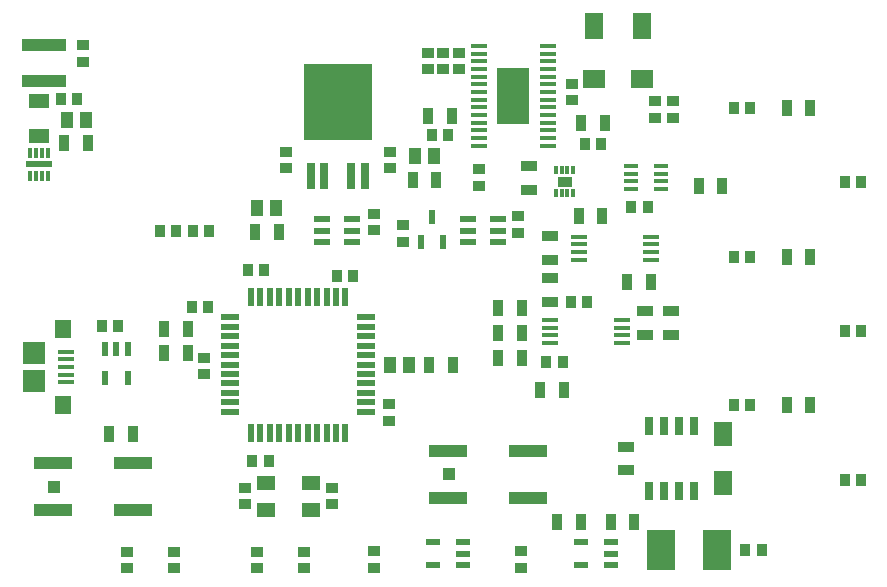
<source format=gtp>
G04*
G04 #@! TF.GenerationSoftware,Altium Limited,Altium Designer,23.11.1 (41)*
G04*
G04 Layer_Color=8421504*
%FSAX44Y44*%
%MOMM*%
G71*
G04*
G04 #@! TF.SameCoordinates,364ED4AD-CB4B-4712-B5C5-B547B387D418*
G04*
G04*
G04 #@! TF.FilePolarity,Positive*
G04*
G01*
G75*
%ADD19R,1.1500X0.6000*%
%ADD20R,2.4000X3.4000*%
%ADD21R,0.8100X0.9900*%
%ADD22R,0.9900X0.8100*%
%ADD23R,1.8923X1.4986*%
%ADD24R,1.5200X2.1800*%
%ADD25R,0.9500X1.4500*%
%ADD26R,1.2000X0.4500*%
%ADD27R,1.4000X1.6000*%
%ADD28R,1.9000X1.9000*%
%ADD29R,3.2000X1.0000*%
%ADD30R,1.4500X0.4500*%
%ADD31R,0.3000X0.7500*%
%ADD32R,1.4500X0.9500*%
%ADD33R,1.5000X0.6000*%
%ADD34R,1.0200X1.4700*%
%ADD35R,1.3500X0.4500*%
%ADD36R,0.6500X1.5250*%
%ADD37R,1.0000X1.0000*%
%ADD38R,1.3000X0.9000*%
%ADD39R,0.6000X1.1500*%
%ADD40R,1.8000X1.1700*%
%ADD41R,2.7400X4.7500*%
%ADD42R,0.6000X1.5000*%
%ADD43R,2.2000X0.6100*%
%ADD44R,0.3000X0.8500*%
%ADD45R,1.6000X1.3000*%
%ADD46R,1.4000X0.6000*%
%ADD47R,0.6000X1.2500*%
%ADD48R,1.5000X2.1000*%
%ADD49R,1.3500X0.4000*%
%ADD50R,0.8000X2.2000*%
%ADD51R,5.8000X6.4000*%
G04:AMPARAMS|DCode=52|XSize=1.1mm|YSize=3.7mm|CornerRadius=0.0825mm|HoleSize=0mm|Usage=FLASHONLY|Rotation=90.000|XOffset=0mm|YOffset=0mm|HoleType=Round|Shape=RoundedRectangle|*
%AMROUNDEDRECTD52*
21,1,1.1000,3.5350,0,0,90.0*
21,1,0.9350,3.7000,0,0,90.0*
1,1,0.1650,1.7675,0.4675*
1,1,0.1650,1.7675,-0.4675*
1,1,0.1650,-1.7675,-0.4675*
1,1,0.1650,-1.7675,0.4675*
%
%ADD52ROUNDEDRECTD52*%
D19*
X00515500Y00082500D02*
D03*
Y00092000D02*
D03*
Y00101500D02*
D03*
X00490500D02*
D03*
Y00082500D02*
D03*
X00390500D02*
D03*
Y00092000D02*
D03*
Y00101500D02*
D03*
X00365500D02*
D03*
Y00082500D02*
D03*
D20*
X00606000Y00095000D02*
D03*
X00558000D02*
D03*
D21*
X00507400Y00438500D02*
D03*
X00493600D02*
D03*
X00377900Y00446000D02*
D03*
X00364100D02*
D03*
X00546900Y00385500D02*
D03*
X00533100Y00385500D02*
D03*
X00050100Y00476500D02*
D03*
X00063900D02*
D03*
X00098400Y00285000D02*
D03*
X00084600D02*
D03*
X00297400Y00327000D02*
D03*
X00283600D02*
D03*
X00174900Y00301000D02*
D03*
X00161100D02*
D03*
X00147400Y00365000D02*
D03*
X00133600D02*
D03*
X00161600D02*
D03*
X00175400D02*
D03*
X00221900Y00332000D02*
D03*
X00208100D02*
D03*
X00225900Y00170500D02*
D03*
X00212100D02*
D03*
X00619600Y00343500D02*
D03*
X00633400D02*
D03*
Y00469500D02*
D03*
X00619600D02*
D03*
X00461100Y00254500D02*
D03*
X00474900D02*
D03*
X00727400Y00406500D02*
D03*
X00713600D02*
D03*
X00481600Y00305000D02*
D03*
X00495400D02*
D03*
X00633400Y00217500D02*
D03*
X00619600D02*
D03*
X00713600Y00154500D02*
D03*
X00727400D02*
D03*
X00643400Y00095000D02*
D03*
X00629600D02*
D03*
X00713600Y00280500D02*
D03*
X00727400D02*
D03*
D22*
X00482500Y00476100D02*
D03*
Y00489900D02*
D03*
X00404000Y00403600D02*
D03*
Y00417400D02*
D03*
X00553500Y00474900D02*
D03*
Y00461100D02*
D03*
X00568000D02*
D03*
Y00474900D02*
D03*
X00068500Y00508600D02*
D03*
Y00522400D02*
D03*
X00328000Y00204600D02*
D03*
Y00218400D02*
D03*
X00241000Y00432400D02*
D03*
Y00418600D02*
D03*
X00171500Y00244100D02*
D03*
Y00257900D02*
D03*
X00374000Y00502100D02*
D03*
Y00515900D02*
D03*
X00328500Y00418600D02*
D03*
Y00432400D02*
D03*
X00440000Y00093900D02*
D03*
Y00080100D02*
D03*
X00361000Y00502100D02*
D03*
Y00515900D02*
D03*
X00387000Y00502100D02*
D03*
Y00515900D02*
D03*
X00315000Y00080100D02*
D03*
Y00093900D02*
D03*
Y00365600D02*
D03*
Y00379400D02*
D03*
X00106000Y00079600D02*
D03*
Y00093400D02*
D03*
X00146000D02*
D03*
Y00079600D02*
D03*
X00280000Y00133600D02*
D03*
Y00147400D02*
D03*
X00206000Y00133600D02*
D03*
Y00147400D02*
D03*
X00340000Y00369900D02*
D03*
Y00356100D02*
D03*
X00437500Y00377400D02*
D03*
Y00363600D02*
D03*
X00216000Y00093400D02*
D03*
Y00079600D02*
D03*
X00256000D02*
D03*
Y00093400D02*
D03*
D23*
X00542510Y00493500D02*
D03*
X00501489D02*
D03*
D24*
X00541850Y00538500D02*
D03*
X00501150D02*
D03*
D25*
X00590000Y00403000D02*
D03*
X00610000D02*
D03*
X00053000Y00439500D02*
D03*
X00361000Y00462500D02*
D03*
X00381000D02*
D03*
X00510500Y00456500D02*
D03*
X00490500D02*
D03*
X00488500Y00378000D02*
D03*
X00073000Y00439500D02*
D03*
X00535500Y00118500D02*
D03*
X00515500D02*
D03*
X00470500D02*
D03*
X00490500D02*
D03*
X00137500Y00282500D02*
D03*
X00157500D02*
D03*
X00137500Y00261500D02*
D03*
X00157500D02*
D03*
X00111000Y00193500D02*
D03*
X00091000D02*
D03*
X00362000Y00252000D02*
D03*
X00382000D02*
D03*
X00529500Y00322000D02*
D03*
X00549500D02*
D03*
X00508500Y00378000D02*
D03*
X00684500Y00343500D02*
D03*
X00664500D02*
D03*
X00684500Y00469500D02*
D03*
X00664500D02*
D03*
X00684500Y00217500D02*
D03*
X00664500D02*
D03*
X00456000Y00230500D02*
D03*
X00476000D02*
D03*
X00420500Y00299500D02*
D03*
X00440500D02*
D03*
X00420500Y00257500D02*
D03*
X00440500D02*
D03*
X00420500Y00278500D02*
D03*
X00440500D02*
D03*
X00234500Y00364500D02*
D03*
X00214500Y00364500D02*
D03*
X00368000Y00408500D02*
D03*
X00348000D02*
D03*
D26*
X00533000Y00420250D02*
D03*
Y00413750D02*
D03*
Y00407250D02*
D03*
Y00400750D02*
D03*
X00558000Y00400750D02*
D03*
Y00407250D02*
D03*
Y00413750D02*
D03*
Y00420250D02*
D03*
D27*
X00052000Y00282000D02*
D03*
Y00218000D02*
D03*
D28*
X00027500Y00262000D02*
D03*
Y00238000D02*
D03*
D29*
X00377500Y00139000D02*
D03*
X00445500D02*
D03*
X00377500Y00179000D02*
D03*
X00445500D02*
D03*
X00043000Y00128500D02*
D03*
X00111000D02*
D03*
X00043000Y00168500D02*
D03*
X00111000D02*
D03*
D30*
X00462250Y00463250D02*
D03*
Y00456750D02*
D03*
Y00450250D02*
D03*
X00403750Y00476250D02*
D03*
Y00450250D02*
D03*
X00462250Y00437250D02*
D03*
X00403750Y00463250D02*
D03*
X00462250Y00482750D02*
D03*
Y00489250D02*
D03*
Y00495750D02*
D03*
Y00502250D02*
D03*
Y00508750D02*
D03*
Y00515250D02*
D03*
Y00521750D02*
D03*
Y00476250D02*
D03*
X00403750Y00443750D02*
D03*
Y00437250D02*
D03*
X00462250Y00469750D02*
D03*
X00403750Y00521750D02*
D03*
Y00515250D02*
D03*
Y00508750D02*
D03*
Y00502250D02*
D03*
Y00495750D02*
D03*
Y00489250D02*
D03*
Y00482750D02*
D03*
Y00469750D02*
D03*
Y00456750D02*
D03*
X00462250Y00443750D02*
D03*
D31*
X00484000Y00417000D02*
D03*
Y00397000D02*
D03*
X00479000D02*
D03*
X00474000D02*
D03*
X00469000D02*
D03*
Y00417000D02*
D03*
X00474000D02*
D03*
X00479000D02*
D03*
D32*
X00446500Y00400000D02*
D03*
Y00420000D02*
D03*
X00528500Y00182500D02*
D03*
Y00162500D02*
D03*
X00464000Y00340500D02*
D03*
Y00360500D02*
D03*
X00545000Y00277000D02*
D03*
Y00297000D02*
D03*
X00566500Y00297000D02*
D03*
Y00277000D02*
D03*
X00464000Y00305000D02*
D03*
Y00325000D02*
D03*
D33*
X00308500Y00252000D02*
D03*
X00193500Y00292000D02*
D03*
Y00284000D02*
D03*
Y00276000D02*
D03*
Y00268000D02*
D03*
Y00260000D02*
D03*
Y00252000D02*
D03*
Y00244000D02*
D03*
Y00236000D02*
D03*
Y00228000D02*
D03*
Y00220000D02*
D03*
Y00212000D02*
D03*
X00308500D02*
D03*
Y00220000D02*
D03*
Y00228000D02*
D03*
Y00236000D02*
D03*
Y00244000D02*
D03*
Y00260000D02*
D03*
Y00268000D02*
D03*
Y00276000D02*
D03*
Y00284000D02*
D03*
Y00292000D02*
D03*
D34*
X00328400Y00252000D02*
D03*
X00344600D02*
D03*
X00216400Y00385000D02*
D03*
X00232600Y00385000D02*
D03*
X00054900Y00459000D02*
D03*
X00071100D02*
D03*
X00349900Y00429000D02*
D03*
X00366100D02*
D03*
D35*
X00488500Y00360250D02*
D03*
X00549500Y00340750D02*
D03*
X00549500Y00347250D02*
D03*
Y00353750D02*
D03*
X00549500Y00360250D02*
D03*
X00488500Y00353750D02*
D03*
Y00347250D02*
D03*
Y00340750D02*
D03*
X00525000Y00270250D02*
D03*
Y00276750D02*
D03*
Y00283250D02*
D03*
Y00289750D02*
D03*
X00464000D02*
D03*
Y00283250D02*
D03*
Y00276750D02*
D03*
Y00270250D02*
D03*
D36*
X00586050Y00199620D02*
D03*
X00547950Y00199620D02*
D03*
X00560650Y00199620D02*
D03*
X00573350D02*
D03*
X00586050Y00145380D02*
D03*
X00573350D02*
D03*
X00560650D02*
D03*
X00547950Y00145380D02*
D03*
D37*
X00378500Y00159000D02*
D03*
X00044000Y00148500D02*
D03*
D38*
X00476500Y00407000D02*
D03*
D39*
X00106500Y00240500D02*
D03*
X00087500D02*
D03*
Y00265500D02*
D03*
X00097000D02*
D03*
X00106500D02*
D03*
D40*
X00031500Y00445800D02*
D03*
Y00475200D02*
D03*
D41*
X00433000Y00479500D02*
D03*
D42*
X00211000Y00194500D02*
D03*
X00219000D02*
D03*
X00227000D02*
D03*
X00235000D02*
D03*
X00243000D02*
D03*
X00251000D02*
D03*
X00259000D02*
D03*
X00267000D02*
D03*
X00275000D02*
D03*
X00283000D02*
D03*
X00291000D02*
D03*
Y00309500D02*
D03*
X00283000D02*
D03*
X00275000D02*
D03*
X00267000D02*
D03*
X00259000D02*
D03*
X00251000D02*
D03*
X00243000D02*
D03*
X00235000D02*
D03*
X00227000D02*
D03*
X00219000D02*
D03*
X00211000D02*
D03*
D43*
X00031500Y00421500D02*
D03*
D44*
X00024000Y00431000D02*
D03*
X00029000D02*
D03*
X00034000D02*
D03*
X00039000D02*
D03*
Y00412000D02*
D03*
X00034000D02*
D03*
X00029000D02*
D03*
X00024000D02*
D03*
D45*
X00262000Y00152000D02*
D03*
X00224000D02*
D03*
Y00129000D02*
D03*
X00262000D02*
D03*
D46*
X00296500Y00356000D02*
D03*
X00296500Y00365500D02*
D03*
X00296500Y00375000D02*
D03*
X00271500D02*
D03*
X00271500Y00365500D02*
D03*
X00271500Y00356000D02*
D03*
X00420000D02*
D03*
X00420000Y00365500D02*
D03*
X00420000Y00375000D02*
D03*
X00395000D02*
D03*
X00395000Y00365500D02*
D03*
X00395000Y00356000D02*
D03*
D47*
X00355000D02*
D03*
X00374000D02*
D03*
X00364500Y00377000D02*
D03*
D48*
X00611000Y00193500D02*
D03*
Y00151500D02*
D03*
D49*
X00054250Y00263000D02*
D03*
Y00256500D02*
D03*
Y00250000D02*
D03*
Y00243500D02*
D03*
Y00237000D02*
D03*
D50*
X00307300Y00411500D02*
D03*
X00295900D02*
D03*
X00273100D02*
D03*
X00261700D02*
D03*
D51*
X00284500Y00474500D02*
D03*
D52*
X00035500Y00492500D02*
D03*
X00035500Y00522500D02*
D03*
M02*

</source>
